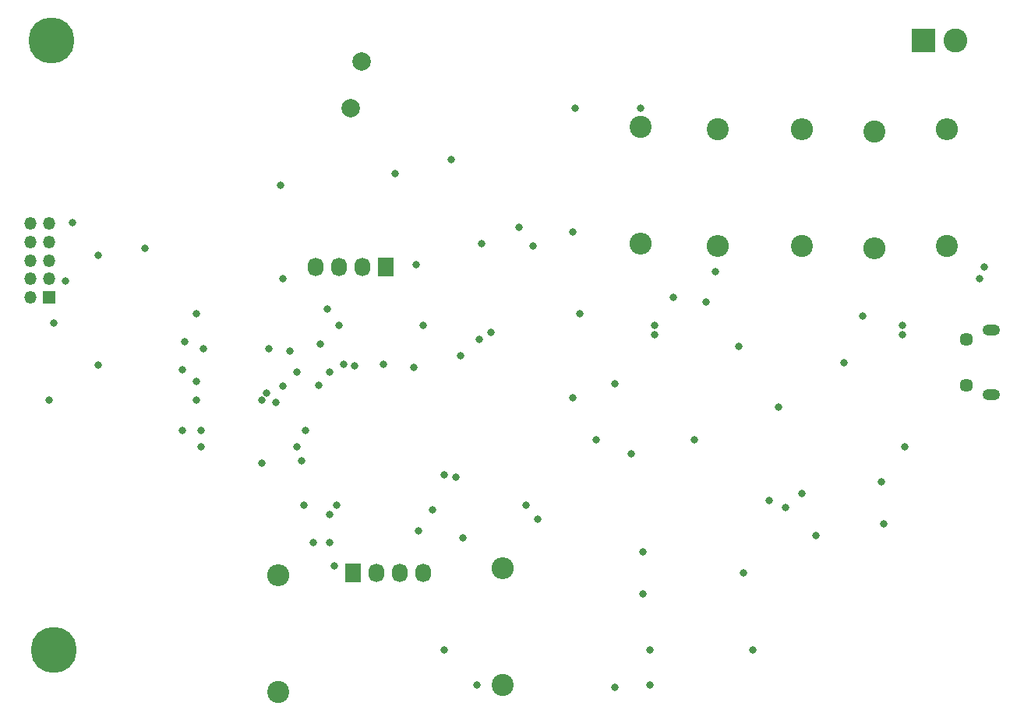
<source format=gbr>
%TF.GenerationSoftware,KiCad,Pcbnew,(5.1.6)-1*%
%TF.CreationDate,2021-02-28T15:35:06+06:00*%
%TF.ProjectId,STM32MCU + Buck Converter,53544d33-324d-4435-9520-2b204275636b,rev?*%
%TF.SameCoordinates,Original*%
%TF.FileFunction,Copper,L3,Inr*%
%TF.FilePolarity,Positive*%
%FSLAX46Y46*%
G04 Gerber Fmt 4.6, Leading zero omitted, Abs format (unit mm)*
G04 Created by KiCad (PCBNEW (5.1.6)-1) date 2021-02-28 15:35:06*
%MOMM*%
%LPD*%
G01*
G04 APERTURE LIST*
%TA.AperFunction,ViaPad*%
%ADD10C,5.000000*%
%TD*%
%TA.AperFunction,ViaPad*%
%ADD11O,1.900000X1.200000*%
%TD*%
%TA.AperFunction,ViaPad*%
%ADD12C,1.450000*%
%TD*%
%TA.AperFunction,ViaPad*%
%ADD13C,2.600000*%
%TD*%
%TA.AperFunction,ViaPad*%
%ADD14R,2.600000X2.600000*%
%TD*%
%TA.AperFunction,ViaPad*%
%ADD15O,1.350000X1.350000*%
%TD*%
%TA.AperFunction,ViaPad*%
%ADD16R,1.350000X1.350000*%
%TD*%
%TA.AperFunction,ViaPad*%
%ADD17C,2.010000*%
%TD*%
%TA.AperFunction,ViaPad*%
%ADD18O,1.730000X2.030000*%
%TD*%
%TA.AperFunction,ViaPad*%
%ADD19R,1.730000X2.030000*%
%TD*%
%TA.AperFunction,ViaPad*%
%ADD20C,2.400000*%
%TD*%
%TA.AperFunction,ViaPad*%
%ADD21O,2.400000X2.400000*%
%TD*%
%TA.AperFunction,ViaPad*%
%ADD22C,0.800000*%
%TD*%
G04 APERTURE END LIST*
D10*
%TO.N,N/C*%
%TO.C,REF\u002A\u002A*%
X83312000Y-103886000D03*
%TD*%
%TO.N,N/C*%
%TO.C,REF\u002A\u002A*%
X83058000Y-37592000D03*
%TD*%
D11*
%TO.N,N/C*%
%TO.C,J5*%
X185133500Y-69144000D03*
X185133500Y-76144000D03*
D12*
X182433500Y-70144000D03*
X182433500Y-75144000D03*
%TD*%
D13*
%TO.N,GND*%
%TO.C,J1*%
X181300000Y-37592000D03*
D14*
%TO.N,+12V*%
X177800000Y-37592000D03*
%TD*%
D15*
%TO.N,NRST*%
%TO.C,J2*%
X80804000Y-57532000D03*
%TO.N,GND*%
X82804000Y-57532000D03*
%TO.N,Net-(J2-Pad8)*%
X80804000Y-59532000D03*
%TO.N,Net-(J2-Pad7)*%
X82804000Y-59532000D03*
%TO.N,SWD*%
X80804000Y-61532000D03*
%TO.N,GND*%
X82804000Y-61532000D03*
%TO.N,SWCLK*%
X80804000Y-63532000D03*
%TO.N,GND*%
X82804000Y-63532000D03*
%TO.N,SWDIO*%
X80804000Y-65532000D03*
D16*
%TO.N,+3V3*%
X82804000Y-65532000D03*
%TD*%
D17*
%TO.N,Net-(F1-Pad1)*%
%TO.C,F1*%
X115570000Y-44958000D03*
%TO.N,+12V*%
X116770000Y-39858000D03*
%TD*%
D18*
%TO.N,GND*%
%TO.C,J3*%
X111760000Y-62230000D03*
%TO.N,I2C1_SDA*%
X114300000Y-62230000D03*
%TO.N,I2C1_SCL*%
X116840000Y-62230000D03*
D19*
%TO.N,+3V3*%
X119380000Y-62230000D03*
%TD*%
%TO.N,+3V3*%
%TO.C,J4*%
X115824000Y-95504000D03*
D18*
%TO.N,UART3_Tx*%
X118364000Y-95504000D03*
%TO.N,UART3_Rx*%
X120904000Y-95504000D03*
%TO.N,GND*%
X123444000Y-95504000D03*
%TD*%
D20*
%TO.N,+3V3*%
%TO.C,R1*%
X132080000Y-107696000D03*
D21*
%TO.N,I2C1_SCL*%
X132080000Y-94996000D03*
%TD*%
%TO.N,I2C1_SDA*%
%TO.C,R2*%
X107696000Y-95758000D03*
D20*
%TO.N,+3V3*%
X107696000Y-108458000D03*
%TD*%
%TO.N,+3.3VA*%
%TO.C,R3*%
X147066000Y-46990000D03*
D21*
%TO.N,Buck_FB*%
X147066000Y-59690000D03*
%TD*%
%TO.N,Net-(R4-Pad2)*%
%TO.C,R4*%
X180340000Y-47244000D03*
D20*
%TO.N,Buck_FB*%
X180340000Y-59944000D03*
%TD*%
%TO.N,Net-(R4-Pad2)*%
%TO.C,R5*%
X172466000Y-47498000D03*
D21*
%TO.N,GND*%
X172466000Y-60198000D03*
%TD*%
D20*
%TO.N,Buck_IN*%
%TO.C,R6*%
X164592000Y-59944000D03*
D21*
%TO.N,Buck_EN*%
X164592000Y-47244000D03*
%TD*%
%TO.N,GND*%
%TO.C,R7*%
X155448000Y-59944000D03*
D20*
%TO.N,Buck_EN*%
X155448000Y-47244000D03*
%TD*%
D22*
%TO.N,Net-(C1-Pad1)*%
X125730000Y-103886000D03*
X146050000Y-82550000D03*
%TO.N,GND*%
X85344000Y-57404000D03*
X84582000Y-63754000D03*
X99568000Y-71120000D03*
X98806000Y-74676000D03*
X161036000Y-87630000D03*
X150622000Y-65532000D03*
X169164000Y-72644000D03*
X172466000Y-60198000D03*
X173228000Y-85598000D03*
X173482000Y-90170000D03*
X148082000Y-103886000D03*
X93218000Y-60198000D03*
X129794000Y-59690000D03*
X155448000Y-59944000D03*
X105918000Y-83566000D03*
X147320000Y-97790000D03*
X158242000Y-95504000D03*
X127762000Y-91694000D03*
X113284000Y-89154000D03*
X124460000Y-88646000D03*
X97282000Y-73406000D03*
X97536000Y-70358000D03*
X113284000Y-73660000D03*
X112268000Y-70649000D03*
X97282000Y-80010000D03*
X98806000Y-76708000D03*
X111506000Y-92202000D03*
X113284000Y-92202000D03*
X162814000Y-88392000D03*
X166116000Y-91440000D03*
%TO.N,+3V3*%
X135890000Y-89662000D03*
X157734000Y-70866000D03*
X159258000Y-103886000D03*
X129286000Y-107696000D03*
X113792000Y-94742000D03*
X107696000Y-108458000D03*
X108204000Y-63500000D03*
X126492000Y-50546000D03*
X122682000Y-61976000D03*
X110490000Y-88138000D03*
X114046000Y-88138000D03*
X109728000Y-73660000D03*
X108966000Y-71374000D03*
X83312000Y-68326000D03*
X82804000Y-76708000D03*
X127000000Y-85090000D03*
X107950000Y-53340000D03*
X120396000Y-52070000D03*
X122936000Y-90932000D03*
X164592000Y-86868000D03*
X162052000Y-77470000D03*
X130810000Y-69342000D03*
X125730000Y-84836000D03*
%TO.N,Net-(C7-Pad1)*%
X129540000Y-70104000D03*
X139700000Y-76454000D03*
X134620000Y-88138000D03*
X144272000Y-107950000D03*
X148082000Y-107696000D03*
X147320000Y-93218000D03*
%TO.N,+3.3VA*%
X147066000Y-44958000D03*
X99314000Y-81788000D03*
X109728000Y-81788000D03*
X110236000Y-83312000D03*
X139954000Y-44958000D03*
%TO.N,HSE_IN*%
X106680000Y-71120000D03*
X107442000Y-76962000D03*
%TO.N,HSE_OUT*%
X112072153Y-75125847D03*
X108204000Y-75184000D03*
X106426000Y-75946000D03*
X105918000Y-76708000D03*
%TO.N,Buck_SW*%
X140462000Y-67310000D03*
X144272000Y-74930000D03*
X152908000Y-81026000D03*
X142240000Y-81026000D03*
%TO.N,Buck_IN*%
X133858000Y-57912000D03*
X139700000Y-58420000D03*
X171196000Y-67564000D03*
X154178000Y-66040000D03*
X155194000Y-62738000D03*
%TO.N,Net-(F1-Pad1)*%
X183896000Y-63500000D03*
X175768000Y-81788000D03*
%TO.N,SWDIO*%
X98806000Y-67310000D03*
X127508000Y-71882000D03*
%TO.N,SWD*%
X123444000Y-68580000D03*
X122428000Y-73152000D03*
%TO.N,NRST*%
X88138000Y-60960000D03*
X88138000Y-72898000D03*
X99314000Y-80010000D03*
X110689108Y-80064892D03*
%TO.N,I2C1_SDA*%
X113030000Y-66802000D03*
X114808000Y-72861000D03*
%TO.N,I2C1_SCL*%
X114300000Y-68580000D03*
X119126000Y-72861000D03*
%TO.N,Buck_FB*%
X184404000Y-62230000D03*
%TO.N,BOOT0*%
X115987444Y-72999020D03*
X135382000Y-59944000D03*
%TO.N,USB_D-*%
X148590000Y-69613000D03*
X175514000Y-69613000D03*
%TO.N,USB_D+*%
X148590000Y-68563000D03*
X175514000Y-68563000D03*
%TD*%
M02*

</source>
